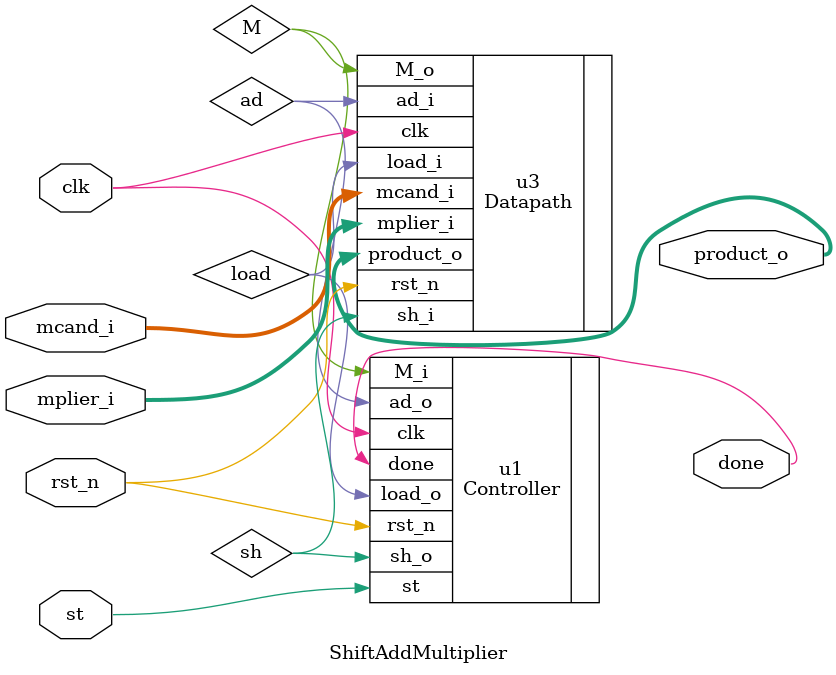
<source format=v>
module ShiftAddMultiplier (
    input [4-1 : 0] mcand_i, mplier_i,
    input clk, st, rst_n,
    output [8-1 : 0] product_o,
    output done
);
    wire K, M, load, sh, ad;

    Controller u1 (
        .M_i(M),
        .clk(clk), .st(st), .rst_n(rst_n),
        .load_o(load), .sh_o(sh), .ad_o(ad),
        .done(done)
    );

    Datapath u3 (
        .load_i(load), .sh_i(sh), .ad_i(ad), .mplier_i(mplier_i), .mcand_i(mcand_i),
        .clk(clk), .rst_n(rst_n),
        .M_o(M), .product_o(product_o)
    );
endmodule

</source>
